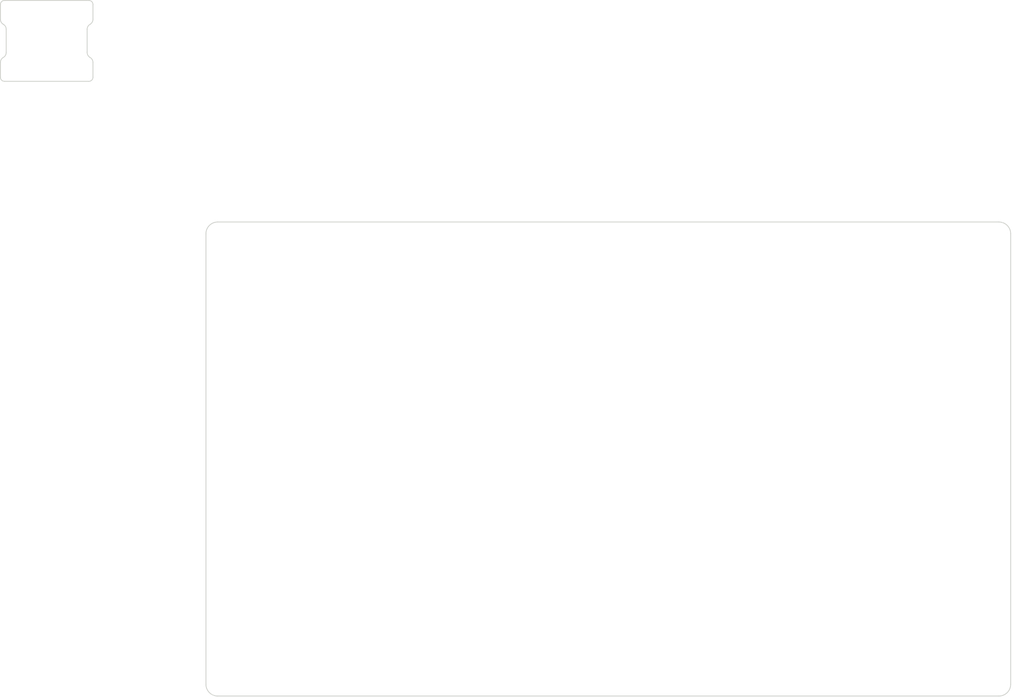
<source format=kicad_pcb>
(kicad_pcb (version 20171130) (host pcbnew "(5.1.0-0)")

  (general
    (thickness 1.6)
    (drawings 28)
    (tracks 0)
    (zones 0)
    (modules 12)
    (nets 2)
  )

  (page A4)
  (layers
    (0 F.Cu signal)
    (31 B.Cu signal)
    (32 B.Adhes user)
    (33 F.Adhes user)
    (34 B.Paste user)
    (35 F.Paste user)
    (36 B.SilkS user)
    (37 F.SilkS user)
    (38 B.Mask user)
    (39 F.Mask user)
    (40 Dwgs.User user)
    (41 Cmts.User user)
    (42 Eco1.User user)
    (43 Eco2.User user)
    (44 Edge.Cuts user)
    (45 Margin user)
    (46 B.CrtYd user)
    (47 F.CrtYd user)
    (48 B.Fab user)
    (49 F.Fab user)
  )

  (setup
    (last_trace_width 0.25)
    (trace_clearance 0.2)
    (zone_clearance 0.508)
    (zone_45_only no)
    (trace_min 0.2)
    (via_size 0.8)
    (via_drill 0.4)
    (via_min_size 0.4)
    (via_min_drill 0.3)
    (uvia_size 0.3)
    (uvia_drill 0.1)
    (uvias_allowed no)
    (uvia_min_size 0.2)
    (uvia_min_drill 0.1)
    (edge_width 0.15)
    (segment_width 0.2)
    (pcb_text_width 0.3)
    (pcb_text_size 1.5 1.5)
    (mod_edge_width 0.15)
    (mod_text_size 1 1)
    (mod_text_width 0.15)
    (pad_size 1.524 1.524)
    (pad_drill 0.762)
    (pad_to_mask_clearance 0.051)
    (solder_mask_min_width 0.25)
    (aux_axis_origin 34.544 120.396)
    (visible_elements FFFFFF7F)
    (pcbplotparams
      (layerselection 0x010fc_ffffffff)
      (usegerberextensions false)
      (usegerberattributes false)
      (usegerberadvancedattributes false)
      (creategerberjobfile false)
      (excludeedgelayer true)
      (linewidth 0.100000)
      (plotframeref false)
      (viasonmask false)
      (mode 1)
      (useauxorigin false)
      (hpglpennumber 1)
      (hpglpenspeed 20)
      (hpglpendiameter 15.000000)
      (psnegative false)
      (psa4output false)
      (plotreference true)
      (plotvalue true)
      (plotinvisibletext false)
      (padsonsilk false)
      (subtractmaskfromsilk false)
      (outputformat 1)
      (mirror false)
      (drillshape 1)
      (scaleselection 1)
      (outputdirectory ""))
  )

  (net 0 "")
  (net 1 GND)

  (net_class Default "This is the default net class."
    (clearance 0.2)
    (trace_width 0.25)
    (via_dia 0.8)
    (via_drill 0.4)
    (uvia_dia 0.3)
    (uvia_drill 0.1)
  )

  (net_class Power ""
    (clearance 0.2)
    (trace_width 0.5)
    (via_dia 0.8)
    (via_drill 0.4)
    (uvia_dia 0.3)
    (uvia_drill 0.1)
  )

  (module library:Screw_Hole (layer F.Cu) (tedit 5CB8B143) (tstamp 5CC54868)
    (at 171.704 60.325)
    (fp_text reference "" (at 0 1.905) (layer F.SilkS)
      (effects (font (size 1 1) (thickness 0.15)))
    )
    (fp_text value Screw_Hole (at 0 -1.905) (layer F.Fab)
      (effects (font (size 1 1) (thickness 0.15)))
    )
    (pad "" np_thru_hole circle (at 0 0) (size 1.7 1.7) (drill 1.7) (layers *.Cu *.Mask))
  )

  (module library:Screw_Hole (layer F.Cu) (tedit 5CB8B143) (tstamp 5CC548ED)
    (at 171.704 98.425)
    (fp_text reference "" (at 0 1.905) (layer F.SilkS)
      (effects (font (size 1 1) (thickness 0.15)))
    )
    (fp_text value Screw_Hole (at 0 -1.905) (layer F.Fab)
      (effects (font (size 1 1) (thickness 0.15)))
    )
    (pad "" np_thru_hole circle (at 0 0) (size 1.7 1.7) (drill 1.7) (layers *.Cu *.Mask))
  )

  (module library:Screw_Hole (layer F.Cu) (tedit 5CB8B143) (tstamp 5CC542CE)
    (at 171.704 40.386)
    (fp_text reference "" (at 0 1.905) (layer F.SilkS)
      (effects (font (size 1 1) (thickness 0.15)))
    )
    (fp_text value Screw_Hole (at 0 -1.905) (layer F.Fab)
      (effects (font (size 1 1) (thickness 0.15)))
    )
    (pad "" np_thru_hole circle (at 0 0) (size 1.7 1.7) (drill 1.7) (layers *.Cu *.Mask))
  )

  (module library:Screw_Hole (layer F.Cu) (tedit 5CB8B143) (tstamp 5CC546C9)
    (at 171.704 118.364)
    (fp_text reference "" (at 0 1.905) (layer F.SilkS)
      (effects (font (size 1 1) (thickness 0.15)))
    )
    (fp_text value Screw_Hole (at 0 -1.905) (layer F.Fab)
      (effects (font (size 1 1) (thickness 0.15)))
    )
    (pad "" np_thru_hole circle (at 0 0) (size 1.7 1.7) (drill 1.7) (layers *.Cu *.Mask))
  )

  (module library:Screw_Hole (layer F.Cu) (tedit 5CB8B143) (tstamp 5CC546F7)
    (at 36.576 118.364)
    (fp_text reference "" (at 0 1.905) (layer F.SilkS)
      (effects (font (size 1 1) (thickness 0.15)))
    )
    (fp_text value Screw_Hole (at 0 -1.905) (layer F.Fab)
      (effects (font (size 1 1) (thickness 0.15)))
    )
    (pad "" np_thru_hole circle (at 0 0) (size 1.7 1.7) (drill 1.7) (layers *.Cu *.Mask))
  )

  (module library:Screw_Hole (layer F.Cu) (tedit 5CB8B143) (tstamp 5CC54725)
    (at 36.576 40.386)
    (fp_text reference "" (at 0 1.905) (layer F.SilkS)
      (effects (font (size 1 1) (thickness 0.15)))
    )
    (fp_text value Screw_Hole (at 0 -1.905) (layer F.Fab)
      (effects (font (size 1 1) (thickness 0.15)))
    )
    (pad "" np_thru_hole circle (at 0 0) (size 1.7 1.7) (drill 1.7) (layers *.Cu *.Mask))
  )

  (module library:Screw_Hole (layer F.Cu) (tedit 5CB8B143) (tstamp 5CC5491B)
    (at 123.19 118.364)
    (fp_text reference "" (at 0 1.905) (layer F.SilkS)
      (effects (font (size 1 1) (thickness 0.15)))
    )
    (fp_text value Screw_Hole (at 0 -1.905) (layer F.Fab)
      (effects (font (size 1 1) (thickness 0.15)))
    )
    (pad "" np_thru_hole circle (at 0 0) (size 1.7 1.7) (drill 1.7) (layers *.Cu *.Mask))
  )

  (module library:Screw_Hole (layer F.Cu) (tedit 5CB8B143) (tstamp 5CC54949)
    (at 85.09 118.364)
    (fp_text reference "" (at 0 1.905) (layer F.SilkS)
      (effects (font (size 1 1) (thickness 0.15)))
    )
    (fp_text value Screw_Hole (at 0 -1.905) (layer F.Fab)
      (effects (font (size 1 1) (thickness 0.15)))
    )
    (pad "" np_thru_hole circle (at 0 0) (size 1.7 1.7) (drill 1.7) (layers *.Cu *.Mask))
  )

  (module library:Screw_Hole (layer F.Cu) (tedit 5CB8B143) (tstamp 5CC54977)
    (at 36.576 98.425)
    (fp_text reference "" (at 0 1.905) (layer F.SilkS)
      (effects (font (size 1 1) (thickness 0.15)))
    )
    (fp_text value Screw_Hole (at 0 -1.905) (layer F.Fab)
      (effects (font (size 1 1) (thickness 0.15)))
    )
    (pad "" np_thru_hole circle (at 0 0) (size 1.7 1.7) (drill 1.7) (layers *.Cu *.Mask))
  )

  (module library:Screw_Hole (layer F.Cu) (tedit 5CB8B143) (tstamp 5CC549A5)
    (at 36.576 60.325)
    (fp_text reference "" (at 0 1.905) (layer F.SilkS)
      (effects (font (size 1 1) (thickness 0.15)))
    )
    (fp_text value Screw_Hole (at 0 -1.905) (layer F.Fab)
      (effects (font (size 1 1) (thickness 0.15)))
    )
    (pad "" np_thru_hole circle (at 0 0) (size 1.7 1.7) (drill 1.7) (layers *.Cu *.Mask))
  )

  (module library:Screw_Hole (layer F.Cu) (tedit 5CB8B143) (tstamp 5CC549D3)
    (at 85.09 40.386)
    (fp_text reference "" (at 0 1.905) (layer F.SilkS)
      (effects (font (size 1 1) (thickness 0.15)))
    )
    (fp_text value Screw_Hole (at 0 -1.905) (layer F.Fab)
      (effects (font (size 1 1) (thickness 0.15)))
    )
    (pad "" np_thru_hole circle (at 0 0) (size 1.7 1.7) (drill 1.7) (layers *.Cu *.Mask))
  )

  (module library:Screw_Hole (layer F.Cu) (tedit 5CB8B143) (tstamp 5CC54A01)
    (at 123.19 40.386)
    (fp_text reference "" (at 0 1.905) (layer F.SilkS)
      (effects (font (size 1 1) (thickness 0.15)))
    )
    (fp_text value Screw_Hole (at 0 -1.905) (layer F.Fab)
      (effects (font (size 1 1) (thickness 0.15)))
    )
    (pad "" np_thru_hole circle (at 0 0) (size 1.7 1.7) (drill 1.7) (layers *.Cu *.Mask))
  )

  (gr_arc (start 0 3.267949) (end -1 3.267949) (angle -60) (layer Edge.Cuts) (width 0.15) (tstamp 5CBC3406))
  (gr_arc (start -1 5) (end 0 5) (angle -60) (layer Edge.Cuts) (width 0.15) (tstamp 5CBC3405))
  (gr_arc (start -1 9) (end 0 9) (angle 60) (layer Edge.Cuts) (width 0.15) (tstamp 5CBC3384))
  (gr_arc (start 0 10.732051) (end -1 10.732051) (angle 60) (layer Edge.Cuts) (width 0.15) (tstamp 5CBC3383))
  (gr_arc (start -0.3 13.3) (end -0.3 14) (angle 90) (layer Edge.Cuts) (width 0.15))
  (gr_line (start -1 10.732051) (end -1 13.3) (layer Edge.Cuts) (width 0.15))
  (gr_line (start 0 5) (end 0 9) (layer Edge.Cuts) (width 0.15))
  (gr_line (start -1 0.7) (end -1 3.267949) (layer Edge.Cuts) (width 0.15))
  (gr_arc (start -0.3 0.7) (end -0.3 0) (angle -90) (layer Edge.Cuts) (width 0.15))
  (gr_arc (start 14 10.732051) (end 15 10.732051) (angle -60) (layer Edge.Cuts) (width 0.15))
  (gr_arc (start 15 9) (end 14 9) (angle -60) (layer Edge.Cuts) (width 0.15))
  (gr_arc (start 14 3.267949) (end 15 3.267949) (angle 60) (layer Edge.Cuts) (width 0.15))
  (gr_arc (start 15 5) (end 14 5) (angle 60) (layer Edge.Cuts) (width 0.15))
  (gr_line (start 15 13.3) (end 15 10.732051) (layer Edge.Cuts) (width 0.15))
  (gr_arc (start 14.3 13.3) (end 14.3 14) (angle -90) (layer Edge.Cuts) (width 0.15))
  (gr_line (start -0.3 14) (end 14.3 14) (layer Edge.Cuts) (width 0.15))
  (gr_line (start 14 5) (end 14 9) (layer Edge.Cuts) (width 0.15))
  (gr_line (start 15 0.7) (end 15 3.267949) (layer Edge.Cuts) (width 0.15))
  (gr_arc (start 14.3 0.7) (end 15 0.7) (angle -90) (layer Edge.Cuts) (width 0.15))
  (gr_line (start -0.3 0) (end 14.3 0) (layer Edge.Cuts) (width 0.15))
  (gr_arc (start 36.576 118.364) (end 34.544 118.364) (angle -90) (layer Edge.Cuts) (width 0.15))
  (gr_arc (start 36.576 40.386) (end 36.576 38.354) (angle -90) (layer Edge.Cuts) (width 0.15))
  (gr_line (start 34.544 118.364) (end 34.544 40.386) (layer Edge.Cuts) (width 0.15))
  (gr_arc (start 171.704 118.364) (end 171.704 120.396) (angle -90) (layer Edge.Cuts) (width 0.15))
  (gr_line (start 36.576 120.396) (end 171.704 120.396) (layer Edge.Cuts) (width 0.15))
  (gr_arc (start 171.704 40.386) (end 173.736 40.386) (angle -90) (layer Edge.Cuts) (width 0.15))
  (gr_line (start 173.736 118.364) (end 173.736 40.386) (layer Edge.Cuts) (width 0.15))
  (gr_line (start 36.576 38.354) (end 171.704 38.354) (layer Edge.Cuts) (width 0.15))

  (zone (net 1) (net_name GND) (layer B.Cu) (tstamp 0) (hatch edge 0.508)
    (connect_pads (clearance 0.508))
    (min_thickness 0.254)
    (fill (arc_segments 16) (thermal_gap 0.508) (thermal_bridge_width 0.508))
    (polygon
      (pts
        (xy 173.736 38.354) (xy 34.544 38.354) (xy 34.544 120.396) (xy 173.736 120.396)
      )
    )
  )
  (zone (net 1) (net_name GND) (layer F.Cu) (tstamp 0) (hatch edge 0.508)
    (connect_pads (clearance 0.508))
    (min_thickness 0.254)
    (fill (arc_segments 16) (thermal_gap 0.508) (thermal_bridge_width 0.508))
    (polygon
      (pts
        (xy 173.736 38.354) (xy 34.544 38.354) (xy 34.544 120.396) (xy 173.736 120.396)
      )
    )
  )
)

</source>
